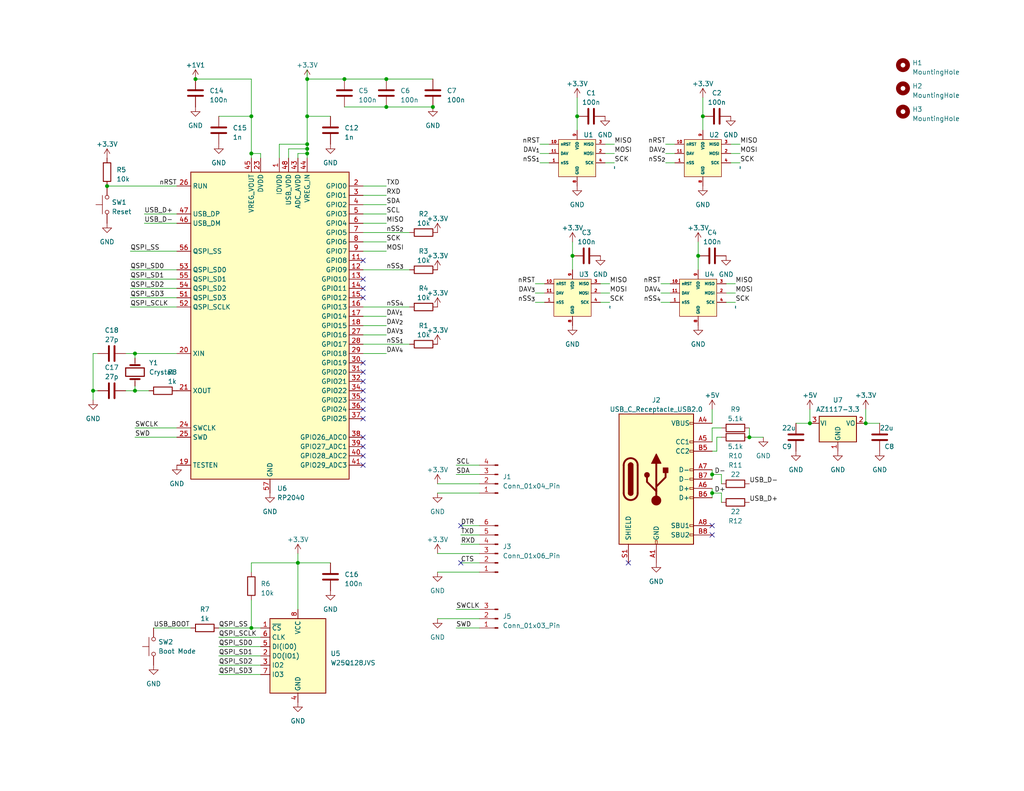
<source format=kicad_sch>
(kicad_sch (version 20230121) (generator eeschema)
  (paper "USLetter")
  (title_block (title "Diff Pressure Sensor") (date "2023-05-23") (rev "16"))
  (lib_symbols
    (symbol "Connector:Conn_01x03_Pin" (pin_names (offset 1.016) hide)
      (property "Reference" "J" (at 0 5.08 0))
      (property "Value" "Conn_01x03_Pin" (at 0 -5.08 0))
      (symbol "Conn_01x03_Pin_1_1"
        (polyline (pts (xy 1.27 -2.54) (xy 0.8636 -2.54)) (stroke (width 0.1524)))
        (polyline (pts (xy 1.27 0) (xy 0.8636 0)) (stroke (width 0.1524)))
        (polyline (pts (xy 1.27 2.54) (xy 0.8636 2.54)) (stroke (width 0.1524)))
        (rectangle (start 0.8636 -2.413) (end 0 -2.667) (stroke (width 0.1524)) (fill (type outline)))
        (rectangle (start 0.8636 0.127) (end 0 -0.127) (stroke (width 0.1524)) (fill (type outline)))
        (rectangle (start 0.8636 2.667) (end 0 2.413) (stroke (width 0.1524)) (fill (type outline)))
        (pin passive line (at 5.08 2.54 180) (length 3.81) (name "Pin_1") (number "1"))
        (pin passive line (at 5.08 0 180) (length 3.81) (name "Pin_2") (number "2"))
        (pin passive line (at 5.08 -2.54 180) (length 3.81) (name "Pin_3") (number "3"))
      )
    )
    (symbol "Connector:Conn_01x04_Pin" (pin_names (offset 1.016) hide)
      (property "Reference" "J" (at 0 5.08 0))
      (property "Value" "Conn_01x04_Pin" (at 0 -7.62 0))
      (symbol "Conn_01x04_Pin_1_1"
        (polyline (pts (xy 1.27 -5.08) (xy 0.8636 -5.08)) (stroke (width 0.1524)))
        (polyline (pts (xy 1.27 -2.54) (xy 0.8636 -2.54)) (stroke (width 0.1524)))
        (polyline (pts (xy 1.27 0) (xy 0.8636 0)) (stroke (width 0.1524)))
        (polyline (pts (xy 1.27 2.54) (xy 0.8636 2.54)) (stroke (width 0.1524)))
        (rectangle (start 0.8636 -4.953) (end 0 -5.207) (stroke (width 0.1524)) (fill (type outline)))
        (rectangle (start 0.8636 -2.413) (end 0 -2.667) (stroke (width 0.1524)) (fill (type outline)))
        (rectangle (start 0.8636 0.127) (end 0 -0.127) (stroke (width 0.1524)) (fill (type outline)))
        (rectangle (start 0.8636 2.667) (end 0 2.413) (stroke (width 0.1524)) (fill (type outline)))
        (pin passive line (at 5.08 2.54 180) (length 3.81) (name "Pin_1") (number "1"))
        (pin passive line (at 5.08 0 180) (length 3.81) (name "Pin_2") (number "2"))
        (pin passive line (at 5.08 -2.54 180) (length 3.81) (name "Pin_3") (number "3"))
        (pin passive line (at 5.08 -5.08 180) (length 3.81) (name "Pin_4") (number "4"))
      )
    )
    (symbol "Connector:Conn_01x06_Pin" (pin_names (offset 1.016) hide)
      (property "Reference" "J" (at 0 7.62 0))
      (property "Value" "Conn_01x06_Pin" (at 0 -10.16 0))
      (symbol "Conn_01x06_Pin_1_1"
        (polyline (pts (xy 1.27 -7.62) (xy 0.8636 -7.62)) (stroke (width 0.1524)))
        (polyline (pts (xy 1.27 -5.08) (xy 0.8636 -5.08)) (stroke (width 0.1524)))
        (polyline (pts (xy 1.27 -2.54) (xy 0.8636 -2.54)) (stroke (width 0.1524)))
        (polyline (pts (xy 1.27 0) (xy 0.8636 0)) (stroke (width 0.1524)))
        (polyline (pts (xy 1.27 2.54) (xy 0.8636 2.54)) (stroke (width 0.1524)))
        (polyline (pts (xy 1.27 5.08) (xy 0.8636 5.08)) (stroke (width 0.1524)))
        (rectangle (start 0.8636 -7.493) (end 0 -7.747) (stroke (width 0.1524)) (fill (type outline)))
        (rectangle (start 0.8636 -4.953) (end 0 -5.207) (stroke (width 0.1524)) (fill (type outline)))
        (rectangle (start 0.8636 -2.413) (end 0 -2.667) (stroke (width 0.1524)) (fill (type outline)))
        (rectangle (start 0.8636 0.127) (end 0 -0.127) (stroke (width 0.1524)) (fill (type outline)))
        (rectangle (start 0.8636 2.667) (end 0 2.413) (stroke (width 0.1524)) (fill (type outline)))
        (rectangle (start 0.8636 5.207) (end 0 4.953) (stroke (width 0.1524)) (fill (type outline)))
        (pin passive line (at 5.08 5.08 180) (length 3.81) (name "Pin_1") (number "1"))
        (pin passive line (at 5.08 2.54 180) (length 3.81) (name "Pin_2") (number "2"))
        (pin passive line (at 5.08 0 180) (length 3.81) (name "Pin_3") (number "3"))
        (pin passive line (at 5.08 -2.54 180) (length 3.81) (name "Pin_4") (number "4"))
        (pin passive line (at 5.08 -5.08 180) (length 3.81) (name "Pin_5") (number "5"))
        (pin passive line (at 5.08 -7.62 180) (length 3.81) (name "Pin_6") (number "6"))
      )
    )
    (symbol "Connector:USB_C_Receptacle_USB2.0" (pin_names (offset 1.016))
      (property "Reference" "J" (at -10.16 19.05 0))
      (property "Value" "USB_C_Receptacle_USB2.0" (at 19.05 19.05 0))
      (symbol "USB_C_Receptacle_USB2.0_0_0"
        (rectangle (start -0.254 -17.78) (end 0.254 -16.764))
        (rectangle (start 10.16 -14.986) (end 9.144 -15.494))
        (rectangle (start 10.16 -12.446) (end 9.144 -12.954))
        (rectangle (start 10.16 -4.826) (end 9.144 -5.334))
        (rectangle (start 10.16 -2.286) (end 9.144 -2.794))
        (rectangle (start 10.16 0.254) (end 9.144 -0.254))
        (rectangle (start 10.16 2.794) (end 9.144 2.286))
        (rectangle (start 10.16 7.874) (end 9.144 7.366))
        (rectangle (start 10.16 10.414) (end 9.144 9.906))
        (rectangle (start 10.16 15.494) (end 9.144 14.986))
      )
      (symbol "USB_C_Receptacle_USB2.0_0_1"
        (rectangle (start -10.16 17.78) (end 10.16 -17.78) (stroke (width 0.254)) (fill (type background)))
        (arc (start -8.89 -3.81) (mid -6.985 -5.7067) (end -5.08 -3.81) (stroke (width 0.508)))
        (arc (start -7.62 -3.81) (mid -6.985 -4.4423) (end -6.35 -3.81) (stroke (width 0.254)))
        (arc (start -7.62 -3.81) (mid -6.985 -4.4423) (end -6.35 -3.81) (stroke (width 0.254)) (fill (type outline)))
        (rectangle (start -7.62 -3.81) (end -6.35 3.81) (stroke (width 0.254)) (fill (type outline)))
        (arc (start -6.35 3.81) (mid -6.985 4.4423) (end -7.62 3.81) (stroke (width 0.254)))
        (arc (start -6.35 3.81) (mid -6.985 4.4423) (end -7.62 3.81) (stroke (width 0.254)) (fill (type outline)))
        (arc (start -5.08 3.81) (mid -6.985 5.7067) (end -8.89 3.81) (stroke (width 0.508)))
        (circle (center -2.54 1.143) (radius 0.635) (stroke (width 0.254)) (fill (type outline)))
        (circle (center 0 -5.842) (radius 1.27) (fill (type outline)))
        (polyline (pts (xy -8.89 -3.81) (xy -8.89 3.81)) (stroke (width 0.508)))
        (polyline (pts (xy -5.08 3.81) (xy -5.08 -3.81)) (stroke (width 0.508)))
        (polyline (pts (xy 0 -5.842) (xy 0 4.318)) (stroke (width 0.508)))
        (polyline (pts (xy 0 -3.302) (xy -2.54 -0.762) (xy -2.54 0.508)) (stroke (width 0.508)))
        (polyline (pts (xy 0 -2.032) (xy 2.54 0.508) (xy 2.54 1.778)) (stroke (width 0.508)))
        (polyline (pts (xy -1.27 4.318) (xy 0 6.858) (xy 1.27 4.318) (xy -1.27 4.318)) (stroke (width 0.254)) (fill (type outline)))
        (rectangle (start 1.905 1.778) (end 3.175 3.048) (stroke (width 0.254)) (fill (type outline)))
      )
      (symbol "USB_C_Receptacle_USB2.0_1_1"
        (pin passive line (at 0 -22.86 90) (length 5.08) (name "GND") (number "A1"))
        (pin passive line (at 0 -22.86 90) (length 5.08) hide (name "GND") (number "A12"))
        (pin passive line (at 15.24 15.24 180) (length 5.08) (name "VBUS") (number "A4"))
        (pin bidirectional line (at 15.24 10.16 180) (length 5.08) (name "CC1") (number "A5"))
        (pin bidirectional line (at 15.24 -2.54 180) (length 5.08) (name "D+") (number "A6"))
        (pin bidirectional line (at 15.24 2.54 180) (length 5.08) (name "D-") (number "A7"))
        (pin bidirectional line (at 15.24 -12.7 180) (length 5.08) (name "SBU1") (number "A8"))
        (pin passive line (at 15.24 15.24 180) (length 5.08) hide (name "VBUS") (number "A9"))
        (pin passive line (at 0 -22.86 90) (length 5.08) hide (name "GND") (number "B1"))
        (pin passive line (at 0 -22.86 90) (length 5.08) hide (name "GND") (number "B12"))
        (pin passive line (at 15.24 15.24 180) (length 5.08) hide (name "VBUS") (number "B4"))
        (pin bidirectional line (at 15.24 7.62 180) (length 5.08) (name "CC2") (number "B5"))
        (pin bidirectional line (at 15.24 -5.08 180) (length 5.08) (name "D+") (number "B6"))
        (pin bidirectional line (at 15.24 0 180) (length 5.08) (name "D-") (number "B7"))
        (pin bidirectional line (at 15.24 -15.24 180) (length 5.08) (name "SBU2") (number "B8"))
        (pin passive line (at 15.24 15.24 180) (length 5.08) hide (name "VBUS") (number "B9"))
        (pin passive line (at -7.62 -22.86 90) (length 5.08) (name "SHIELD") (number "S1"))
      )
    )
    (symbol "Device:C" (pin_numbers hide) (pin_names (offset 0.254))
      (property "Reference" "C" (at 0.635 2.54 0))
      (property "Value" "C" (at 0.635 -2.54 0))
      (symbol "C_0_1"
        (polyline (pts (xy -2.032 -0.762) (xy 2.032 -0.762)) (stroke (width 0.508)))
        (polyline (pts (xy -2.032 0.762) (xy 2.032 0.762)) (stroke (width 0.508)))
      )
      (symbol "C_1_1"
        (pin passive line (at 0 3.81 270) (length 2.794) (name "~") (number "1"))
        (pin passive line (at 0 -3.81 90) (length 2.794) (name "~") (number "2"))
      )
    )
    (symbol "Device:Crystal" (pin_numbers hide) (pin_names (offset 1.016) hide)
      (property "Reference" "Y" (at 0 3.81 0))
      (property "Value" "Crystal" (at 0 -3.81 0))
      (symbol "Crystal_0_1"
        (rectangle (start -1.143 2.54) (end 1.143 -2.54) (stroke (width 0.3048)))
        (polyline (pts (xy -2.54 0) (xy -1.905 0)))
        (polyline (pts (xy -1.905 -1.27) (xy -1.905 1.27)) (stroke (width 0.508)))
        (polyline (pts (xy 1.905 -1.27) (xy 1.905 1.27)) (stroke (width 0.508)))
        (polyline (pts (xy 2.54 0) (xy 1.905 0)))
      )
      (symbol "Crystal_1_1"
        (pin passive line (at -3.81 0 0) (length 1.27) (name "1") (number "1"))
        (pin passive line (at 3.81 0 180) (length 1.27) (name "2") (number "2"))
      )
    )
    (symbol "Device:R" (pin_numbers hide) (pin_names (offset 0))
      (property "Reference" "R" (at 2.032 0 90))
      (property "Value" "R" (at 0 0 90))
      (symbol "R_0_1"
        (rectangle (start -1.016 -2.54) (end 1.016 2.54) (stroke (width 0.254)))
      )
      (symbol "R_1_1"
        (pin passive line (at 0 3.81 270) (length 1.27) (name "~") (number "1"))
        (pin passive line (at 0 -3.81 90) (length 1.27) (name "~") (number "2"))
      )
    )
    (symbol "MCU_RaspberryPi:RP2040"
      (property "Reference" "U" (at 17.78 45.72 0))
      (property "Value" "RP2040" (at 17.78 43.18 0))
      (symbol "RP2040_0_1"
        (rectangle (start -21.59 41.91) (end 21.59 -41.91) (stroke (width 0.254)) (fill (type background)))
      )
      (symbol "RP2040_1_1"
        (pin power_in line (at 2.54 45.72 270) (length 3.81) (name "IOVDD") (number "1"))
        (pin passive line (at 2.54 45.72 270) (length 3.81) hide (name "IOVDD") (number "10"))
        (pin bidirectional line (at 25.4 17.78 180) (length 3.81) (name "GPIO8") (number "11"))
        (pin bidirectional line (at 25.4 15.24 180) (length 3.81) (name "GPIO9") (number "12"))
        (pin bidirectional line (at 25.4 12.7 180) (length 3.81) (name "GPIO10") (number "13"))
        (pin bidirectional line (at 25.4 10.16 180) (length 3.81) (name "GPIO11") (number "14"))
        (pin bidirectional line (at 25.4 7.62 180) (length 3.81) (name "GPIO12") (number "15"))
        (pin bidirectional line (at 25.4 5.08 180) (length 3.81) (name "GPIO13") (number "16"))
        (pin bidirectional line (at 25.4 2.54 180) (length 3.81) (name "GPIO14") (number "17"))
        (pin bidirectional line (at 25.4 0 180) (length 3.81) (name "GPIO15") (number "18"))
        (pin input line (at -25.4 -38.1 0) (length 3.81) (name "TESTEN") (number "19"))
        (pin bidirectional line (at 25.4 38.1 180) (length 3.81) (name "GPIO0") (number "2"))
        (pin input line (at -25.4 -7.62 0) (length 3.81) (name "XIN") (number "20"))
        (pin passive line (at -25.4 -17.78 0) (length 3.81) (name "XOUT") (number "21"))
        (pin passive line (at 2.54 45.72 270) (length 3.81) hide (name "IOVDD") (number "22"))
        (pin power_in line (at -2.54 45.72 270) (length 3.81) (name "DVDD") (number "23"))
        (pin output line (at -25.4 -27.94 0) (length 3.81) (name "SWCLK") (number "24"))
        (pin bidirectional line (at -25.4 -30.48 0) (length 3.81) (name "SWD") (number "25"))
        (pin input line (at -25.4 38.1 0) (length 3.81) (name "RUN") (number "26"))
        (pin bidirectional line (at 25.4 -2.54 180) (length 3.81) (name "GPIO16") (number "27"))
        (pin bidirectional line (at 25.4 -5.08 180) (length 3.81) (name "GPIO17") (number "28"))
        (pin bidirectional line (at 25.4 -7.62 180) (length 3.81) (name "GPIO18") (number "29"))
        (pin bidirectional line (at 25.4 35.56 180) (length 3.81) (name "GPIO1") (number "3"))
        (pin bidirectional line (at 25.4 -10.16 180) (length 3.81) (name "GPIO19") (number "30"))
        (pin bidirectional line (at 25.4 -12.7 180) (length 3.81) (name "GPIO20") (number "31"))
        (pin bidirectional line (at 25.4 -15.24 180) (length 3.81) (name "GPIO21") (number "32"))
        (pin passive line (at 2.54 45.72 270) (length 3.81) hide (name "IOVDD") (number "33"))
        (pin bidirectional line (at 25.4 -17.78 180) (length 3.81) (name "GPIO22") (number "34"))
        (pin bidirectional line (at 25.4 -20.32 180) (length 3.81) (name "GPIO23") (number "35"))
        (pin bidirectional line (at 25.4 -22.86 180) (length 3.81) (name "GPIO24") (number "36"))
        (pin bidirectional line (at 25.4 -25.4 180) (length 3.81) (name "GPIO25") (number "37"))
        (pin bidirectional line (at 25.4 -30.48 180) (length 3.81) (name "GPIO26_ADC0") (number "38"))
        (pin bidirectional line (at 25.4 -33.02 180) (length 3.81) (name "GPIO27_ADC1") (number "39"))
        (pin bidirectional line (at 25.4 33.02 180) (length 3.81) (name "GPIO2") (number "4"))
        (pin bidirectional line (at 25.4 -35.56 180) (length 3.81) (name "GPIO28_ADC2") (number "40"))
        (pin bidirectional line (at 25.4 -38.1 180) (length 3.81) (name "GPIO29_ADC3") (number "41"))
        (pin passive line (at 2.54 45.72 270) (length 3.81) hide (name "IOVDD") (number "42"))
        (pin power_in line (at 7.62 45.72 270) (length 3.81) (name "ADC_AVDD") (number "43"))
        (pin power_in line (at 10.16 45.72 270) (length 3.81) (name "VREG_IN") (number "44"))
        (pin power_out line (at -5.08 45.72 270) (length 3.81) (name "VREG_VOUT") (number "45"))
        (pin bidirectional line (at -25.4 27.94 0) (length 3.81) (name "USB_DM") (number "46"))
        (pin bidirectional line (at -25.4 30.48 0) (length 3.81) (name "USB_DP") (number "47"))
        (pin power_in line (at 5.08 45.72 270) (length 3.81) (name "USB_VDD") (number "48"))
        (pin passive line (at 2.54 45.72 270) (length 3.81) hide (name "IOVDD") (number "49"))
        (pin bidirectional line (at 25.4 30.48 180) (length 3.81) (name "GPIO3") (number "5"))
        (pin passive line (at -2.54 45.72 270) (length 3.81) hide (name "DVDD") (number "50"))
        (pin bidirectional line (at -25.4 7.62 0) (length 3.81) (name "QSPI_SD3") (number "51"))
        (pin output line (at -25.4 5.08 0) (length 3.81) (name "QSPI_SCLK") (number "52"))
        (pin bidirectional line (at -25.4 15.24 0) (length 3.81) (name "QSPI_SD0") (number "53"))
        (pin bidirectional line (at -25.4 10.16 0) (length 3.81) (name "QSPI_SD2") (number "54"))
        (pin bidirectional line (at -25.4 12.7 0) (length 3.81) (name "QSPI_SD1") (number "55"))
        (pin bidirectional line (at -25.4 20.32 0) (length 3.81) (name "QSPI_SS") (number "56"))
        (pin power_in line (at 0 -45.72 90) (length 3.81) (name "GND") (number "57"))
        (pin bidirectional line (at 25.4 27.94 180) (length 3.81) (name "GPIO4") (number "6"))
        (pin bidirectional line (at 25.4 25.4 180) (length 3.81) (name "GPIO5") (number "7"))
        (pin bidirectional line (at 25.4 22.86 180) (length 3.81) (name "GPIO6") (number "8"))
        (pin bidirectional line (at 25.4 20.32 180) (length 3.81) (name "GPIO7") (number "9"))
      )
    )
    (symbol "Mechanical:MountingHole" (pin_names (offset 1.016))
      (property "Reference" "H" (at 0 5.08 0))
      (property "Value" "MountingHole" (at 0 3.175 0))
      (symbol "MountingHole_0_1"
        (circle (center 0 0) (radius 1.27) (stroke (width 1.27)))
      )
    )
    (symbol "Memory_Flash:W25Q128JVS"
      (property "Reference" "U" (at -8.89 8.89 0))
      (property "Value" "W25Q128JVS" (at 7.62 8.89 0))
      (symbol "W25Q128JVS_0_1"
        (rectangle (start -7.62 10.16) (end 7.62 -10.16) (stroke (width 0.254)) (fill (type background)))
      )
      (symbol "W25Q128JVS_1_1"
        (pin input line (at -10.16 7.62 0) (length 2.54) (name "~{CS}") (number "1"))
        (pin bidirectional line (at -10.16 0 0) (length 2.54) (name "DO(IO1)") (number "2"))
        (pin bidirectional line (at -10.16 -2.54 0) (length 2.54) (name "IO2") (number "3"))
        (pin power_in line (at 0 -12.7 90) (length 2.54) (name "GND") (number "4"))
        (pin bidirectional line (at -10.16 2.54 0) (length 2.54) (name "DI(IO0)") (number "5"))
        (pin input line (at -10.16 5.08 0) (length 2.54) (name "CLK") (number "6"))
        (pin bidirectional line (at -10.16 -5.08 0) (length 2.54) (name "IO3") (number "7"))
        (pin power_in line (at 0 12.7 270) (length 2.54) (name "VCC") (number "8"))
      )
    )
    (symbol "Regulator_Linear:AZ1117-3.3" (pin_names (offset 0.254))
      (property "Reference" "U" (at -3.81 3.175 0))
      (property "Value" "AZ1117-3.3" (at 0 3.175 0))
      (symbol "AZ1117-3.3_0_1"
        (rectangle (start -5.08 1.905) (end 5.08 -5.08) (stroke (width 0.254)) (fill (type background)))
      )
      (symbol "AZ1117-3.3_1_1"
        (pin power_in line (at 0 -7.62 90) (length 2.54) (name "GND") (number "1"))
        (pin power_out line (at 7.62 0 180) (length 2.54) (name "VO") (number "2"))
        (pin power_in line (at -7.62 0 0) (length 2.54) (name "VI") (number "3"))
      )
    )
    (symbol "Switch:SW_Push" (pin_numbers hide) (pin_names (offset 1.016) hide)
      (property "Reference" "SW" (at 1.27 2.54 0))
      (property "Value" "SW_Push" (at 0 -1.524 0))
      (symbol "SW_Push_0_1"
        (circle (center -2.032 0) (radius 0.508))
        (polyline (pts (xy 0 1.27) (xy 0 3.048)))
        (polyline (pts (xy 2.54 1.27) (xy -2.54 1.27)))
        (circle (center 2.032 0) (radius 0.508))
        (pin passive line (at -5.08 0 0) (length 2.54) (name "1") (number "1"))
        (pin passive line (at 5.08 0 180) (length 2.54) (name "2") (number "2"))
      )
    )
    (symbol "power:+1V1" (power) (pin_names (offset 0))
      (property "Value" "+1V1" (at 0 3.556 0))
      (symbol "+1V1_0_1"
        (polyline (pts (xy -0.762 1.27) (xy 0 2.54)))
        (polyline (pts (xy 0 0) (xy 0 2.54)))
        (polyline (pts (xy 0 2.54) (xy 0.762 1.27)))
      )
      (symbol "+1V1_1_1"
        (pin power_in line (at 0 0 90) (length 0) hide (name "+1V1") (number "1"))
      )
    )
    (symbol "power:+3.3V" (power) (pin_names (offset 0))
      (property "Value" "+3.3V" (at 0 3.556 0))
      (symbol "+3.3V_0_1"
        (polyline (pts (xy -0.762 1.27) (xy 0 2.54)))
        (polyline (pts (xy 0 0) (xy 0 2.54)))
        (polyline (pts (xy 0 2.54) (xy 0.762 1.27)))
      )
      (symbol "+3.3V_1_1"
        (pin power_in line (at 0 0 90) (length 0) hide (name "+3.3V") (number "1"))
      )
    )
    (symbol "power:+5V" (power) (pin_names (offset 0))
      (property "Value" "+5V" (at 0 3.556 0))
      (symbol "+5V_0_1"
        (polyline (pts (xy -0.762 1.27) (xy 0 2.54)))
        (polyline (pts (xy 0 0) (xy 0 2.54)))
        (polyline (pts (xy 0 2.54) (xy 0.762 1.27)))
      )
      (symbol "+5V_1_1"
        (pin power_in line (at 0 0 90) (length 0) hide (name "+5V") (number "1"))
      )
    )
    (symbol "power:GND" (power) (pin_names (offset 0))
      (property "Value" "GND" (at 0 -3.81 0))
      (symbol "GND_0_1"
        (polyline (pts (xy 0 0) (xy 0 -1.27) (xy 1.27 -1.27) (xy 0 -2.54) (xy -1.27 -1.27) (xy 0 -1.27)))
      )
      (symbol "GND_1_1"
        (pin power_in line (at 0 0 270) (length 0) hide (name "GND") (number "1"))
      )
    )
    (symbol "sensor3DModel:ND005D-SM02-R" (in_bom no)
      (property "Reference" "U" (at 0 2.54 0))
      (symbol "ND005D-SM02-R_0_1"
        (rectangle (start -5.08 -8.89) (end 5.08 -19.05) (fill (type background)))
        (rectangle (start -3.81 -10.16) (end -3.81 -10.16))
      )
      (symbol "ND005D-SM02-R_1_1"
        (pin input line (at -7.62 -15.24 0) (length 2.54) (name "nSS") (number "1"))
        (pin input line (at -7.62 -10.16 0) (length 2.54) (name "nRST") (number "10"))
        (pin output line (at -7.62 -12.7 0) (length 2.54) (name "DAV") (number "11"))
        (pin input line (at 7.62 -12.7 180) (length 2.54) (name "MOSI") (number "2"))
        (pin output line (at 7.62 -10.16 180) (length 2.54) (name "MISO") (number "3"))
        (pin input line (at 7.62 -15.24 180) (length 2.54) (name "SCK") (number "4"))
        (pin no_connect line (at 0 -15.24 0) (length 2.54) hide (name "DNC") (number "5"))
        (pin no_connect line (at 0 -15.24 180) (length 2.54) hide (name "DNC") (number "6"))
        (pin no_connect line (at 0 -15.24 90) (length 2.54) hide (name "DNC") (number "7"))
        (pin power_in line (at 0 -21.59 90) (length 2.54) (name "GND") (number "8"))
        (pin power_in line (at 0 -6.35 270) (length 2.54) (name "VDD") (number "9"))
      )
    )
  )
  (junction (at 190.5 69.85))
  (junction (at 68.58 171.45))
  (junction (at 157.48 31.75))
  (junction (at 36.83 96.52))
  (junction (at 81.28 153.67))
  (junction (at 194.31 134.62))
  (junction (at 220.98 115.57))
  (junction (at 105.41 21.59))
  (junction (at 83.82 21.59))
  (junction (at 194.31 129.54))
  (junction (at 36.83 106.68))
  (junction (at 25.4 106.68))
  (junction (at 68.58 41.91))
  (junction (at 118.11 29.21))
  (junction (at 191.77 31.75))
  (junction (at 83.82 40.64))
  (junction (at 93.98 21.59))
  (junction (at 83.82 39.37))
  (junction (at 83.82 41.91))
  (junction (at 105.41 29.21))
  (junction (at 68.58 31.75))
  (junction (at 53.34 21.59))
  (junction (at 236.22 115.57))
  (junction (at 156.21 69.85))
  (junction (at 83.82 31.75))
  (junction (at 204.47 119.38))
  (junction (at 29.21 50.8))
  (no_connect (at 99.06 121.92))
  (no_connect (at 99.06 114.3))
  (no_connect (at 99.06 101.6))
  (no_connect (at 99.06 71.12))
  (no_connect (at 99.06 124.46))
  (no_connect (at 99.06 104.14))
  (no_connect (at 99.06 119.38))
  (no_connect (at 125.73 153.67))
  (no_connect (at 194.31 146.05))
  (no_connect (at 99.06 81.28))
  (no_connect (at 99.06 109.22))
  (no_connect (at 99.06 106.68))
  (no_connect (at 99.06 76.2))
  (no_connect (at 99.06 111.76))
  (no_connect (at 99.06 127))
  (no_connect (at 194.31 143.51))
  (no_connect (at 171.45 153.67))
  (no_connect (at 99.06 78.74))
  (no_connect (at 99.06 99.06))
  (no_connect (at 125.73 143.51))
  (wire (pts (xy 81.28 43.18) (xy 81.28 41.91)))
  (wire (pts (xy 163.83 77.47) (xy 166.37 77.47)))
  (wire (pts (xy 199.39 41.91) (xy 201.93 41.91)))
  (wire (pts (xy 68.58 21.59) (xy 68.58 31.75)))
  (wire (pts (xy 125.73 146.05) (xy 130.81 146.05)))
  (wire (pts (xy 194.31 129.54) (xy 196.85 129.54)))
  (wire (pts (xy 83.82 21.59) (xy 83.82 19.05)))
  (wire (pts (xy 25.4 109.22) (xy 25.4 106.68)))
  (wire (pts (xy 157.48 26.67) (xy 157.48 31.75)))
  (wire (pts (xy 105.41 86.36) (xy 99.06 86.36)))
  (wire (pts (xy 83.82 31.75) (xy 90.17 31.75)))
  (wire (pts (xy 25.4 106.68) (xy 26.67 106.68)))
  (wire (pts (xy 105.41 29.21) (xy 118.11 29.21)))
  (wire (pts (xy 35.56 68.58) (xy 48.26 68.58)))
  (wire (pts (xy 39.37 60.96) (xy 48.26 60.96)))
  (wire (pts (xy 99.06 73.66) (xy 111.76 73.66)))
  (wire (pts (xy 76.2 43.18) (xy 76.2 39.37)))
  (wire (pts (xy 81.28 151.13) (xy 81.28 153.67)))
  (wire (pts (xy 194.31 129.54) (xy 194.31 130.81)))
  (wire (pts (xy 181.61 44.45) (xy 184.15 44.45)))
  (wire (pts (xy 125.73 153.67) (xy 130.81 153.67)))
  (wire (pts (xy 199.39 39.37) (xy 201.93 39.37)))
  (wire (pts (xy 195.58 119.38) (xy 195.58 123.19)))
  (wire (pts (xy 68.58 163.83) (xy 68.58 171.45)))
  (wire (pts (xy 81.28 153.67) (xy 68.58 153.67)))
  (wire (pts (xy 68.58 31.75) (xy 68.58 41.91)))
  (wire (pts (xy 35.56 76.2) (xy 48.26 76.2)))
  (wire (pts (xy 194.31 134.62) (xy 196.85 134.62)))
  (wire (pts (xy 190.5 69.85) (xy 190.5 73.66)))
  (wire (pts (xy 194.31 116.84) (xy 194.31 120.65)))
  (wire (pts (xy 220.98 111.76) (xy 220.98 115.57)))
  (wire (pts (xy 93.98 29.21) (xy 105.41 29.21)))
  (wire (pts (xy 157.48 31.75) (xy 157.48 35.56)))
  (wire (pts (xy 198.12 82.55) (xy 200.66 82.55)))
  (wire (pts (xy 204.47 116.84) (xy 204.47 119.38)))
  (wire (pts (xy 71.12 43.18) (xy 71.12 41.91)))
  (wire (pts (xy 25.4 96.52) (xy 25.4 106.68)))
  (wire (pts (xy 181.61 41.91) (xy 184.15 41.91)))
  (wire (pts (xy 191.77 31.75) (xy 191.77 35.56)))
  (wire (pts (xy 180.34 80.01) (xy 182.88 80.01)))
  (wire (pts (xy 59.69 181.61) (xy 71.12 181.61)))
  (wire (pts (xy 165.1 39.37) (xy 167.64 39.37)))
  (wire (pts (xy 124.46 127) (xy 130.81 127)))
  (wire (pts (xy 163.83 82.55) (xy 166.37 82.55)))
  (wire (pts (xy 53.34 21.59) (xy 68.58 21.59)))
  (wire (pts (xy 163.83 80.01) (xy 166.37 80.01)))
  (wire (pts (xy 119.38 156.21) (xy 130.81 156.21)))
  (wire (pts (xy 105.41 58.42) (xy 99.06 58.42)))
  (wire (pts (xy 105.41 68.58) (xy 99.06 68.58)))
  (wire (pts (xy 194.31 134.62) (xy 194.31 135.89)))
  (wire (pts (xy 34.29 96.52) (xy 36.83 96.52)))
  (wire (pts (xy 119.38 151.13) (xy 130.81 151.13)))
  (wire (pts (xy 198.12 80.01) (xy 200.66 80.01)))
  (wire (pts (xy 165.1 44.45) (xy 167.64 44.45)))
  (wire (pts (xy 240.03 115.57) (xy 236.22 115.57)))
  (wire (pts (xy 119.38 168.91) (xy 130.81 168.91)))
  (wire (pts (xy 78.74 40.64) (xy 83.82 40.64)))
  (wire (pts (xy 68.58 41.91) (xy 68.58 43.18)))
  (wire (pts (xy 34.29 106.68) (xy 36.83 106.68)))
  (wire (pts (xy 35.56 83.82) (xy 48.26 83.82)))
  (wire (pts (xy 147.32 39.37) (xy 149.86 39.37)))
  (wire (pts (xy 83.82 41.91) (xy 83.82 43.18)))
  (wire (pts (xy 146.05 80.01) (xy 148.59 80.01)))
  (wire (pts (xy 35.56 78.74) (xy 48.26 78.74)))
  (wire (pts (xy 180.34 82.55) (xy 182.88 82.55)))
  (wire (pts (xy 146.05 77.47) (xy 148.59 77.47)))
  (wire (pts (xy 99.06 93.98) (xy 111.76 93.98)))
  (wire (pts (xy 165.1 41.91) (xy 167.64 41.91)))
  (wire (pts (xy 59.69 184.15) (xy 71.12 184.15)))
  (wire (pts (xy 105.41 96.52) (xy 99.06 96.52)))
  (wire (pts (xy 99.06 83.82) (xy 111.76 83.82)))
  (wire (pts (xy 146.05 82.55) (xy 148.59 82.55)))
  (wire (pts (xy 36.83 116.84) (xy 48.26 116.84)))
  (wire (pts (xy 105.41 91.44) (xy 99.06 91.44)))
  (wire (pts (xy 81.28 153.67) (xy 81.28 166.37)))
  (wire (pts (xy 217.17 115.57) (xy 220.98 115.57)))
  (wire (pts (xy 125.73 148.59) (xy 130.81 148.59)))
  (wire (pts (xy 180.34 77.47) (xy 182.88 77.47)))
  (wire (pts (xy 99.06 60.96) (xy 105.41 60.96)))
  (wire (pts (xy 105.41 66.04) (xy 99.06 66.04)))
  (wire (pts (xy 59.69 173.99) (xy 71.12 173.99)))
  (wire (pts (xy 39.37 58.42) (xy 48.26 58.42)))
  (wire (pts (xy 105.41 21.59) (xy 118.11 21.59)))
  (wire (pts (xy 124.46 129.54) (xy 130.81 129.54)))
  (wire (pts (xy 191.77 26.67) (xy 191.77 31.75)))
  (wire (pts (xy 190.5 66.04) (xy 190.5 69.85)))
  (wire (pts (xy 59.69 31.75) (xy 68.58 31.75)))
  (wire (pts (xy 76.2 39.37) (xy 83.82 39.37)))
  (wire (pts (xy 124.46 166.37) (xy 130.81 166.37)))
  (wire (pts (xy 156.21 69.85) (xy 156.21 73.66)))
  (wire (pts (xy 194.31 111.76) (xy 194.31 115.57)))
  (wire (pts (xy 41.91 171.45) (xy 52.07 171.45)))
  (wire (pts (xy 26.67 96.52) (xy 25.4 96.52)))
  (wire (pts (xy 124.46 171.45) (xy 130.81 171.45)))
  (wire (pts (xy 119.38 134.62) (xy 130.81 134.62)))
  (wire (pts (xy 83.82 21.59) (xy 93.98 21.59)))
  (wire (pts (xy 156.21 66.04) (xy 156.21 69.85)))
  (wire (pts (xy 199.39 44.45) (xy 201.93 44.45)))
  (wire (pts (xy 36.83 96.52) (xy 48.26 96.52)))
  (wire (pts (xy 36.83 119.38) (xy 48.26 119.38)))
  (wire (pts (xy 181.61 39.37) (xy 184.15 39.37)))
  (wire (pts (xy 59.69 171.45) (xy 68.58 171.45)))
  (wire (pts (xy 36.83 105.41) (xy 36.83 106.68)))
  (wire (pts (xy 196.85 129.54) (xy 196.85 132.08)))
  (wire (pts (xy 105.41 88.9) (xy 99.06 88.9)))
  (wire (pts (xy 35.56 81.28) (xy 48.26 81.28)))
  (wire (pts (xy 29.21 50.8) (xy 48.26 50.8)))
  (wire (pts (xy 105.41 50.8) (xy 99.06 50.8)))
  (wire (pts (xy 35.56 73.66) (xy 48.26 73.66)))
  (wire (pts (xy 125.73 143.51) (xy 130.81 143.51)))
  (wire (pts (xy 59.69 179.07) (xy 71.12 179.07)))
  (wire (pts (xy 40.64 106.68) (xy 36.83 106.68)))
  (wire (pts (xy 83.82 39.37) (xy 83.82 40.64)))
  (wire (pts (xy 36.83 96.52) (xy 36.83 97.79)))
  (wire (pts (xy 194.31 133.35) (xy 194.31 134.62)))
  (wire (pts (xy 99.06 55.88) (xy 105.41 55.88)))
  (wire (pts (xy 68.58 171.45) (xy 71.12 171.45)))
  (wire (pts (xy 99.06 63.5) (xy 111.76 63.5)))
  (wire (pts (xy 93.98 21.59) (xy 105.41 21.59)))
  (wire (pts (xy 196.85 116.84) (xy 194.31 116.84)))
  (wire (pts (xy 194.31 128.27) (xy 194.31 129.54)))
  (wire (pts (xy 147.32 44.45) (xy 149.86 44.45)))
  (wire (pts (xy 83.82 40.64) (xy 83.82 41.91)))
  (wire (pts (xy 59.69 176.53) (xy 71.12 176.53)))
  (wire (pts (xy 78.74 43.18) (xy 78.74 40.64)))
  (wire (pts (xy 81.28 153.67) (xy 90.17 153.67)))
  (wire (pts (xy 119.38 132.08) (xy 130.81 132.08)))
  (wire (pts (xy 236.22 111.76) (xy 236.22 115.57)))
  (wire (pts (xy 68.58 153.67) (xy 68.58 156.21)))
  (wire (pts (xy 208.28 119.38) (xy 204.47 119.38)))
  (wire (pts (xy 198.12 77.47) (xy 200.66 77.47)))
  (wire (pts (xy 83.82 21.59) (xy 83.82 31.75)))
  (wire (pts (xy 196.85 134.62) (xy 196.85 137.16)))
  (wire (pts (xy 195.58 123.19) (xy 194.31 123.19)))
  (wire (pts (xy 83.82 31.75) (xy 83.82 39.37)))
  (wire (pts (xy 71.12 41.91) (xy 68.58 41.91)))
  (wire (pts (xy 147.32 41.91) (xy 149.86 41.91)))
  (wire (pts (xy 105.41 53.34) (xy 99.06 53.34)))
  (wire (pts (xy 81.28 41.91) (xy 83.82 41.91)))
  (wire (pts (xy 196.85 119.38) (xy 195.58 119.38)))
  (label "nSS_{2}" (at 181.61 44.45 180))
  (label "DAV_{2}" (at 181.61 41.91 180))
  (label "nSS_{3}" (at 105.41 73.66 0))
  (label "QSPI_SD1" (at 59.69 179.07 0))
  (label "SCK" (at 167.64 44.45 0))
  (label "DAV_{1}" (at 147.32 41.91 180))
  (label "RXD" (at 125.73 148.59 0))
  (label "SWCLK" (at 36.83 116.84 0))
  (label "MOSI" (at 201.93 41.91 0))
  (label "QSPI_SD2" (at 59.69 181.61 0))
  (label "TXD" (at 105.41 50.8 0))
  (label "DTR" (at 125.73 143.51 0))
  (label "MOSI" (at 105.41 68.58 0))
  (label "SCK" (at 105.41 66.04 0))
  (label "D+" (at 194.945 134.62 0))
  (label "DAV_{1}" (at 105.41 86.36 0))
  (label "nRST" (at 147.32 39.37 180))
  (label "nRST" (at 146.05 77.47 180))
  (label "SCK" (at 166.37 82.55 0))
  (label "nSS_{4}" (at 105.41 83.82 0))
  (label "nSS_{4}" (at 180.34 82.55 180))
  (label "SDA" (at 105.41 55.88 0))
  (label "MISO" (at 167.64 39.37 0))
  (label "QSPI_SS" (at 35.56 68.58 0))
  (label "nSS_{1}" (at 105.41 93.98 0))
  (label "USB_D-" (at 204.47 132.08 0))
  (label "DAV_{2}" (at 105.41 88.9 0))
  (label "DAV_{4}" (at 105.41 96.52 0))
  (label "SWD" (at 36.83 119.38 0))
  (label "SDA" (at 124.46 129.54 0))
  (label "QSPI_SD0" (at 35.56 73.66 0))
  (label "DAV_{4}" (at 180.34 80.01 180))
  (label "USB_D+" (at 39.37 58.42 0))
  (label "TXD" (at 125.73 146.05 0))
  (label "nRST" (at 180.34 77.47 180))
  (label "SCK" (at 200.66 82.55 0))
  (label "nSS_{1}" (at 147.32 44.45 180))
  (label "SCL" (at 105.41 58.42 0))
  (label "nRST" (at 48.26 50.8 180))
  (label "DAV_{3}" (at 146.05 80.01 180))
  (label "nSS_{2}" (at 105.41 63.5 0))
  (label "RXD" (at 105.41 53.34 0))
  (label "USB_D+" (at 204.47 137.16 0))
  (label "MOSI" (at 166.37 80.01 0))
  (label "QSPI_SD0" (at 59.69 176.53 0))
  (label "USB_BOOT" (at 41.91 171.45 0))
  (label "SWCLK" (at 124.46 166.37 0))
  (label "DAV_{3}" (at 105.41 91.44 0))
  (label "USB_D-" (at 39.37 60.96 0))
  (label "MISO" (at 201.93 39.37 0))
  (label "QSPI_SCLK" (at 59.69 173.99 0))
  (label "SCK" (at 201.93 44.45 0))
  (label "D-" (at 194.945 129.54 0))
  (label "CTS" (at 125.73 153.67 0))
  (label "SCL" (at 124.46 127 0))
  (label "SWD" (at 124.46 171.45 0))
  (label "MOSI" (at 200.66 80.01 0))
  (label "nRST" (at 181.61 39.37 180))
  (label "QSPI_SCLK" (at 35.56 83.82 0))
  (label "nSS_{3}" (at 146.05 82.55 180))
  (label "QSPI_SS" (at 59.69 171.45 0))
  (label "MISO" (at 200.66 77.47 0))
  (label "MISO" (at 166.37 77.47 0))
  (label "QSPI_SD3" (at 59.69 184.15 0))
  (label "MISO" (at 105.41 60.96 0))
  (label "QSPI_SD2" (at 35.56 78.74 0))
  (label "QSPI_SD3" (at 35.56 81.28 0))
  (label "MOSI" (at 167.64 41.91 0))
  (label "QSPI_SD1" (at 35.56 76.2 0))
  (symbol (lib_id "power:+3.3V") (at 157.48 26.67 0) (unit 1)
    (property "Reference" "#PWR06" (effects hide))
    (property "Value" "+3.3V" (at 157.48 22.86 0))
  )
  (symbol (lib_id "Device:C") (at 59.69 35.56 0) (unit 1)
    (property "Reference" "C15" (at 63.5 34.925 0) (effects (justify left)))
    (property "Value" "1n" (at 63.5 37.465 0) (effects (justify left)))
    (property "Footprint" "Capacitor_SMD:C_0603_1608Metric" (effects hide))
  )
  (symbol (lib_id "Device:C") (at 118.11 25.4 0) (unit 1)
    (property "Reference" "C7" (at 121.92 24.765 0) (effects (justify left)))
    (property "Value" "100n" (at 121.92 27.305 0) (effects (justify left)))
    (property "Footprint" "Capacitor_SMD:C_0603_1608Metric" (effects hide))
  )
  (symbol (lib_id "power:+1V1") (at 53.34 21.59 0) (unit 1)
    (property "Reference" "#PWR031" (effects hide))
    (property "Value" "+1V1" (at 53.34 17.78 0))
  )
  (symbol (lib_id "Memory_Flash:W25Q128JVS") (at 81.28 179.07 0) (unit 1)
    (property "Reference" "U5" (at 90.17 178.435 0) (effects (justify left)))
    (property "Value" "W25Q128JVS" (at 90.17 180.975 0) (effects (justify left)))
    (property "Footprint" "Package_SO:SOIC-8_5.23x5.23mm_P1.27mm" (effects hide))
    (property "Datasheet" "http://www.winbond.com/resource-files/w25q128jv_dtr%20revc%2003272018%20plus.pdf" (effects hide))
  )
  (symbol (lib_id "power:+3.3V") (at 190.5 66.04 0) (unit 1)
    (property "Reference" "#PWR04" (effects hide))
    (property "Value" "+3.3V" (at 190.5 62.23 0))
  )
  (symbol (lib_id "power:+3.3V") (at 83.82 21.59 0) (unit 1)
    (property "Reference" "#PWR015" (effects hide))
    (property "Value" "+3.3V" (at 83.82 17.78 0))
  )
  (symbol (lib_id "power:GND") (at 199.39 31.75 0) (unit 1)
    (property "Reference" "#PWR012" (effects hide))
    (property "Value" "GND" (at 199.39 36.83 0))
  )
  (symbol (lib_id "Device:C") (at 90.17 35.56 0) (unit 1)
    (property "Reference" "C12" (at 93.98 34.925 0) (effects (justify left)))
    (property "Value" "1n" (at 93.98 37.465 0) (effects (justify left)))
    (property "Footprint" "Capacitor_SMD:C_0603_1608Metric" (effects hide))
  )
  (symbol (lib_id "power:+3.3V") (at 119.38 93.98 0) (unit 1)
    (property "Reference" "#PWR025" (effects hide))
    (property "Value" "+3.3V" (at 119.38 90.17 0))
  )
  (symbol (lib_id "power:GND") (at 119.38 156.21 0) (unit 1)
    (property "Reference" "#PWR020" (effects hide))
    (property "Value" "GND" (at 119.38 161.29 0))
  )
  (symbol (lib_id "power:GND") (at 157.48 50.8 0) (unit 1)
    (property "Reference" "#PWR05" (effects hide))
    (property "Value" "GND" (at 157.48 55.88 0))
  )
  (symbol (lib_id "power:GND") (at 190.5 88.9 0) (unit 1)
    (property "Reference" "#PWR02" (effects hide))
    (property "Value" "GND" (at 190.5 93.98 0))
  )
  (symbol (lib_id "power:GND") (at 217.17 123.19 0) (unit 1)
    (property "Reference" "#PWR043" (effects hide))
    (property "Value" "GND" (at 217.17 128.27 0))
  )
  (symbol (lib_id "sensor3DModel:ND005D-SM02-R") (at 156.21 67.31 0) (unit 1) (in_bom no)
    (property "Reference" "U3" (at 157.9059 74.93 0) (effects (justify left)))
    (property "Value" "~" (at 166.37 83.82 90))
    (property "Footprint" "pressureSensorFootprintLibrary:HV120SM02C" (effects hide))
    (property "Datasheet" "https://www.mouser.ca/datasheet/2/962/DS_0003C_ND_Series-2907223.pdf" (effects hide))
  )
  (symbol (lib_id "Device:R") (at 68.58 160.02 0) (unit 1)
    (property "Reference" "R6" (at 71.12 159.385 0) (effects (justify left)))
    (property "Value" "10k" (at 71.12 161.925 0) (effects (justify left)))
    (property "Footprint" "Resistor_SMD:R_0603_1608Metric" (effects hide))
  )
  (symbol (lib_id "Switch:SW_Push") (at 41.91 176.53 90) (unit 1)
    (property "Reference" "SW2" (at 43.18 175.26 90) (effects (justify right)))
    (property "Value" "Boot Mode" (at 43.18 177.8 90) (effects (justify right)))
    (property "Footprint" "Button_Switch_SMD:SW_SPST_SKQG_WithStem" (effects hide))
  )
  (symbol (lib_id "power:+3.3V") (at 119.38 83.82 0) (unit 1)
    (property "Reference" "#PWR023" (effects hide))
    (property "Value" "+3.3V" (at 119.38 80.01 0))
  )
  (symbol (lib_id "power:+5V") (at 194.31 111.76 0) (unit 1)
    (property "Reference" "#PWR017" (effects hide))
    (property "Value" "+5V" (at 194.31 107.95 0))
  )
  (symbol (lib_id "power:GND") (at 228.6 123.19 0) (unit 1)
    (property "Reference" "#PWR041" (effects hide))
    (property "Value" "GND" (at 228.6 128.27 0))
  )
  (symbol (lib_id "MCU_RaspberryPi:RP2040") (at 73.66 88.9 0) (unit 1)
    (property "Reference" "U6" (at 75.6159 133.35 0) (effects (justify left)))
    (property "Value" "RP2040" (at 75.6159 135.89 0) (effects (justify left)))
    (property "Footprint" "Package_DFN_QFN:QFN-56-1EP_7x7mm_P0.4mm_EP3.2x3.2mm" (effects hide))
    (property "Datasheet" "https://datasheets.raspberrypi.com/rp2040/rp2040-datasheet.pdf" (effects hide))
  )
  (symbol (lib_id "Device:C") (at 194.31 69.85 90) (unit 1)
    (property "Reference" "C4" (at 194.31 63.5 90))
    (property "Value" "100n" (at 194.31 66.04 90))
    (property "Footprint" "Capacitor_SMD:C_0603_1608Metric" (effects hide))
  )
  (symbol (lib_id "Device:C") (at 240.03 119.38 180) (unit 1)
    (property "Reference" "C8" (at 241.3 121.92 0) (effects (justify right)))
    (property "Value" "22u" (at 240.03 116.84 0) (effects (justify right)))
    (property "Footprint" "Capacitor_SMD:C_0603_1608Metric" (effects hide))
  )
  (symbol (lib_id "Connector:USB_C_Receptacle_USB2.0") (at 179.07 130.81 0) (unit 1)
    (property "Reference" "J2" (at 179.07 109.22 0))
    (property "Value" "USB_C_Receptacle_USB2.0" (at 179.07 111.76 0))
    (property "Footprint" "Connector_USB:USB_C_Receptacle_HRO_TYPE-C-31-M-12" (effects hide))
    (property "Datasheet" "https://www.usb.org/sites/default/files/documents/usb_type-c.zip" (effects hide))
  )
  (symbol (lib_id "Device:R") (at 200.66 119.38 90) (unit 1)
    (property "Reference" "R10" (at 200.66 124.46 90))
    (property "Value" "5.1k" (at 200.66 121.92 90))
    (property "Footprint" "Resistor_SMD:R_0603_1608Metric" (effects hide))
  )
  (symbol (lib_id "power:GND") (at 119.38 134.62 0) (unit 1)
    (property "Reference" "#PWR014" (effects hide))
    (property "Value" "GND" (at 119.38 139.7 0))
  )
  (symbol (lib_id "sensor3DModel:ND005D-SM02-R") (at 191.77 29.21 0) (unit 1) (in_bom no)
    (property "Reference" "U2" (at 193.4659 36.83 0) (effects (justify left)))
    (property "Value" "~" (at 201.93 45.72 90))
    (property "Footprint" "pressureSensorFootprintLibrary:HV120SM02C" (effects hide))
    (property "Datasheet" "https://www.mouser.ca/datasheet/2/962/DS_0003C_ND_Series-2907223.pdf" (effects hide))
  )
  (symbol (lib_id "power:GND") (at 191.77 50.8 0) (unit 1)
    (property "Reference" "#PWR07" (effects hide))
    (property "Value" "GND" (at 191.77 55.88 0))
  )
  (symbol (lib_id "power:GND") (at 48.26 127 0) (unit 1)
    (property "Reference" "#PWR029" (effects hide))
    (property "Value" "GND" (at 48.26 132.08 0))
  )
  (symbol (lib_id "power:GND") (at 165.1 31.75 0) (unit 1)
    (property "Reference" "#PWR011" (effects hide))
    (property "Value" "GND" (at 165.1 36.83 0))
  )
  (symbol (lib_id "power:GND") (at 119.38 168.91 0) (unit 1)
    (property "Reference" "#PWR038" (effects hide))
    (property "Value" "GND" (at 119.38 173.99 0))
  )
  (symbol (lib_id "power:GND") (at 179.07 153.67 0) (unit 1)
    (property "Reference" "#PWR044" (effects hide))
    (property "Value" "GND" (at 179.07 158.75 0))
  )
  (symbol (lib_id "Device:R") (at 200.66 132.08 90) (unit 1)
    (property "Reference" "R11" (at 200.66 127 90))
    (property "Value" "22" (at 200.66 129.54 90))
    (property "Footprint" "Resistor_SMD:R_0603_1608Metric" (effects hide))
  )
  (symbol (lib_id "power:+3.3V") (at 119.38 132.08 0) (unit 1)
    (property "Reference" "#PWR013" (effects hide))
    (property "Value" "+3.3V" (at 119.38 128.27 0))
  )
  (symbol (lib_id "Mechanical:MountingHole") (at 246.38 30.48 0) (unit 1)
    (property "Reference" "H3" (at 248.92 29.845 0) (effects (justify left)))
    (property "Value" "MountingHole" (at 248.92 32.385 0) (effects (justify left)))
    (property "Footprint" "MountingHole:MountingHole_3.2mm_M3" (effects hide))
  )
  (symbol (lib_id "Device:R") (at 44.45 106.68 90) (unit 1)
    (property "Reference" "R8" (at 46.99 101.6 90))
    (property "Value" "1k" (at 46.99 104.14 90))
    (property "Footprint" "Resistor_SMD:R_0603_1608Metric" (effects hide))
  )
  (symbol (lib_id "power:+3.3V") (at 119.38 63.5 0) (unit 1)
    (property "Reference" "#PWR024" (effects hide))
    (property "Value" "+3.3V" (at 119.38 59.69 0))
  )
  (symbol (lib_id "power:GND") (at 90.17 39.37 0) (unit 1)
    (property "Reference" "#PWR030" (effects hide))
    (property "Value" "GND" (at 90.17 44.45 0))
  )
  (symbol (lib_id "power:GND") (at 208.28 119.38 0) (unit 1)
    (property "Reference" "#PWR040" (effects hide))
    (property "Value" "GND" (at 208.28 124.46 0))
  )
  (symbol (lib_id "power:GND") (at 118.11 29.21 0) (unit 1)
    (property "Reference" "#PWR021" (effects hide))
    (property "Value" "GND" (at 118.11 34.29 0))
  )
  (symbol (lib_id "power:GND") (at 59.69 39.37 0) (unit 1)
    (property "Reference" "#PWR033" (effects hide))
    (property "Value" "GND" (at 59.69 44.45 0))
  )
  (symbol (lib_id "Device:R") (at 200.66 116.84 90) (unit 1)
    (property "Reference" "R9" (at 200.66 111.76 90))
    (property "Value" "5.1k" (at 200.66 114.3 90))
    (property "Footprint" "Resistor_SMD:R_0603_1608Metric" (effects hide))
  )
  (symbol (lib_id "Connector:Conn_01x03_Pin") (at 135.89 168.91 180) (unit 1)
    (property "Reference" "J5" (at 137.16 168.275 0) (effects (justify right)))
    (property "Value" "Conn_01x03_Pin" (at 137.16 170.815 0) (effects (justify right)))
    (property "Footprint" "Connector_JST:JST_EH_B3B-EH-A_1x03_P2.50mm_Vertical" (effects hide))
  )
  (symbol (lib_id "power:+5V") (at 220.98 111.76 0) (unit 1)
    (property "Reference" "#PWR018" (effects hide))
    (property "Value" "+5V" (at 220.98 107.95 0))
  )
  (symbol (lib_id "power:+3.3V") (at 236.22 111.76 0) (unit 1)
    (property "Reference" "#PWR039" (effects hide))
    (property "Value" "+3.3V" (at 236.22 107.95 0))
  )
  (symbol (lib_id "Device:C") (at 53.34 25.4 0) (unit 1)
    (property "Reference" "C14" (at 57.15 24.765 0) (effects (justify left)))
    (property "Value" "100n" (at 57.15 27.305 0) (effects (justify left)))
    (property "Footprint" "Capacitor_SMD:C_0603_1608Metric" (effects hide))
  )
  (symbol (lib_id "power:GND") (at 156.21 88.9 0) (unit 1)
    (property "Reference" "#PWR01" (effects hide))
    (property "Value" "GND" (at 156.21 93.98 0))
  )
  (symbol (lib_id "Device:Crystal") (at 36.83 101.6 90) (unit 1)
    (property "Reference" "Y1" (at 40.64 99.06 90) (effects (justify right)))
    (property "Value" "Crystal" (at 40.64 101.6 90) (effects (justify right)))
    (property "Footprint" "CrystalFootprint:Crystal_SMD_HC49-SD(ABLS-12.000MHZ-B4-T)" (effects hide))
  )
  (symbol (lib_id "Device:C") (at 30.48 106.68 90) (unit 1)
    (property "Reference" "C17" (at 30.48 100.33 90))
    (property "Value" "27p" (at 30.48 102.87 90))
    (property "Footprint" "Capacitor_SMD:C_0603_1608Metric" (effects hide))
  )
  (symbol (lib_id "Connector:Conn_01x04_Pin") (at 135.89 132.08 180) (unit 1)
    (property "Reference" "J1" (at 137.16 130.175 0) (effects (justify right)))
    (property "Value" "Conn_01x04_Pin" (at 137.16 132.715 0) (effects (justify right)))
    (property "Footprint" "Connector_PinHeader_2.54mm:PinHeader_1x04_P2.54mm_Vertical" (effects hide))
  )
  (symbol (lib_id "Regulator_Linear:AZ1117-3.3") (at 228.6 115.57 0) (unit 1)
    (property "Reference" "U7" (at 228.6 109.22 0))
    (property "Value" "AZ1117-3.3" (at 228.6 111.76 0))
    (property "Footprint" "Package_TO_SOT_SMD:SOT-223-3_TabPin2" (effects hide))
    (property "Datasheet" "https://www.diodes.com/assets/Datasheets/AZ1117.pdf" (effects hide))
  )
  (symbol (lib_id "power:GND") (at 41.91 181.61 0) (unit 1)
    (property "Reference" "#PWR036" (effects hide))
    (property "Value" "GND" (at 41.91 186.69 0))
  )
  (symbol (lib_id "Switch:SW_Push") (at 29.21 55.88 90) (unit 1)
    (property "Reference" "SW1" (at 30.48 55.245 90) (effects (justify right)))
    (property "Value" "Reset" (at 30.48 57.785 90) (effects (justify right)))
    (property "Footprint" "Button_Switch_SMD:SW_SPST_SKQG_WithStem" (effects hide))
  )
  (symbol (lib_id "Device:C") (at 30.48 96.52 90) (unit 1)
    (property "Reference" "C18" (at 30.48 90.17 90))
    (property "Value" "27p" (at 30.48 92.71 90))
    (property "Footprint" "Capacitor_SMD:C_0603_1608Metric" (effects hide))
  )
  (symbol (lib_id "Device:R") (at 115.57 73.66 90) (unit 1)
    (property "Reference" "R3" (at 115.57 68.58 90))
    (property "Value" "10k" (at 115.57 71.12 90))
    (property "Footprint" "Resistor_SMD:R_0603_1608Metric" (effects hide))
  )
  (symbol (lib_id "power:+3.3V") (at 81.28 151.13 0) (unit 1)
    (property "Reference" "#PWR034" (effects hide))
    (property "Value" "+3.3V" (at 81.28 147.32 0))
  )
  (symbol (lib_id "power:+3.3V") (at 119.38 73.66 0) (unit 1)
    (property "Reference" "#PWR026" (effects hide))
    (property "Value" "+3.3V" (at 119.38 69.85 0))
  )
  (symbol (lib_id "power:GND") (at 198.12 69.85 0) (unit 1)
    (property "Reference" "#PWR010" (effects hide))
    (property "Value" "GND" (at 198.12 74.93 0))
  )
  (symbol (lib_id "Device:C") (at 195.58 31.75 90) (unit 1)
    (property "Reference" "C2" (at 195.58 25.4 90))
    (property "Value" "100n" (at 195.58 27.94 90))
    (property "Footprint" "Capacitor_SMD:C_0603_1608Metric" (effects hide))
  )
  (symbol (lib_id "Device:R") (at 115.57 93.98 90) (unit 1)
    (property "Reference" "R1" (at 115.57 88.9 90))
    (property "Value" "10k" (at 115.57 91.44 90))
    (property "Footprint" "Resistor_SMD:R_0603_1608Metric" (effects hide))
  )
  (symbol (lib_id "sensor3DModel:ND005D-SM02-R") (at 190.5 67.31 0) (unit 1) (in_bom no)
    (property "Reference" "U4" (at 192.1959 74.93 0) (effects (justify left)))
    (property "Value" "~" (at 200.66 83.82 90))
    (property "Footprint" "pressureSensorFootprintLibrary:HV120SM02C" (effects hide))
    (property "Datasheet" "https://www.mouser.ca/datasheet/2/962/DS_0003C_ND_Series-2907223.pdf" (effects hide))
  )
  (symbol (lib_id "Device:C") (at 160.02 69.85 90) (unit 1)
    (property "Reference" "C3" (at 160.02 63.5 90))
    (property "Value" "100n" (at 160.02 66.04 90))
    (property "Footprint" "Capacitor_SMD:C_0603_1608Metric" (effects hide))
  )
  (symbol (lib_id "Device:C") (at 90.17 157.48 0) (unit 1)
    (property "Reference" "C16" (at 93.98 156.845 0) (effects (justify left)))
    (property "Value" "100n" (at 93.98 159.385 0) (effects (justify left)))
    (property "Footprint" "Capacitor_SMD:C_0603_1608Metric" (effects hide))
  )
  (symbol (lib_id "Device:R") (at 200.66 137.16 90) (unit 1)
    (property "Reference" "R12" (at 200.66 142.24 90))
    (property "Value" "22" (at 200.66 139.7 90))
    (property "Footprint" "Resistor_SMD:R_0603_1608Metric" (effects hide))
  )
  (symbol (lib_id "Device:R") (at 115.57 63.5 90) (unit 1)
    (property "Reference" "R2" (at 115.57 58.42 90))
    (property "Value" "10k" (at 115.57 60.96 90))
    (property "Footprint" "Resistor_SMD:R_0603_1608Metric" (effects hide))
  )
  (symbol (lib_id "power:+3.3V") (at 156.21 66.04 0) (unit 1)
    (property "Reference" "#PWR03" (effects hide))
    (property "Value" "+3.3V" (at 156.21 62.23 0))
  )
  (symbol (lib_id "Device:C") (at 93.98 25.4 0) (unit 1)
    (property "Reference" "C5" (at 97.79 24.765 0) (effects (justify left)))
    (property "Value" "100n" (at 97.79 27.305 0) (effects (justify left)))
    (property "Footprint" "Capacitor_SMD:C_0603_1608Metric" (effects hide))
  )
  (symbol (lib_id "Device:C") (at 105.41 25.4 0) (unit 1)
    (property "Reference" "C6" (at 109.22 24.765 0) (effects (justify left)))
    (property "Value" "100n" (at 109.22 27.305 0) (effects (justify left)))
    (property "Footprint" "Capacitor_SMD:C_0603_1608Metric" (effects hide))
  )
  (symbol (lib_id "Connector:Conn_01x06_Pin") (at 135.89 151.13 180) (unit 1)
    (property "Reference" "J3" (at 137.16 149.225 0) (effects (justify right)))
    (property "Value" "Conn_01x06_Pin" (at 137.16 151.765 0) (effects (justify right)))
    (property "Footprint" "Connector_PinHeader_2.54mm:PinHeader_1x06_P2.54mm_Vertical" (effects hide))
  )
  (symbol (lib_id "power:+3.3V") (at 119.38 151.13 0) (unit 1)
    (property "Reference" "#PWR019" (effects hide))
    (property "Value" "+3.3V" (at 119.38 147.32 0))
  )
  (symbol (lib_id "Mechanical:MountingHole") (at 246.38 24.13 0) (unit 1)
    (property "Reference" "H2" (at 248.92 23.495 0) (effects (justify left)))
    (property "Value" "MountingHole" (at 248.92 26.035 0) (effects (justify left)))
    (property "Footprint" "MountingHole:MountingHole_3.2mm_M3" (effects hide))
  )
  (symbol (lib_id "power:GND") (at 163.83 69.85 0) (unit 1)
    (property "Reference" "#PWR09" (effects hide))
    (property "Value" "GND" (at 163.83 74.93 0))
  )
  (symbol (lib_id "sensor3DModel:ND005D-SM02-R") (at 157.48 29.21 0) (unit 1) (in_bom no)
    (property "Reference" "U1" (at 159.1759 36.83 0) (effects (justify left)))
    (property "Value" "~" (at 167.64 45.72 90))
    (property "Footprint" "pressureSensorFootprintLibrary:HV120SM02C" (effects hide))
    (property "Datasheet" "https://www.mouser.ca/datasheet/2/962/DS_0003C_ND_Series-2907223.pdf" (effects hide))
  )
  (symbol (lib_id "power:GND") (at 81.28 191.77 0) (unit 1)
    (property "Reference" "#PWR037" (effects hide))
    (property "Value" "GND" (at 81.28 196.85 0))
  )
  (symbol (lib_id "power:GND") (at 240.03 123.19 0) (unit 1)
    (property "Reference" "#PWR042" (effects hide))
    (property "Value" "GND" (at 240.03 128.27 0))
  )
  (symbol (lib_id "power:+3.3V") (at 191.77 26.67 0) (unit 1)
    (property "Reference" "#PWR08" (effects hide))
    (property "Value" "+3.3V" (at 191.77 22.86 0))
  )
  (symbol (lib_id "power:GND") (at 53.34 29.21 0) (unit 1)
    (property "Reference" "#PWR032" (effects hide))
    (property "Value" "GND" (at 53.34 34.29 0))
  )
  (symbol (lib_id "power:GND") (at 29.21 60.96 0) (unit 1)
    (property "Reference" "#PWR028" (effects hide))
    (property "Value" "GND" (at 29.21 66.04 0))
  )
  (symbol (lib_id "Device:C") (at 217.17 119.38 180) (unit 1)
    (property "Reference" "C9" (at 213.36 121.92 0) (effects (justify right)))
    (property "Value" "22u" (at 213.36 116.84 0) (effects (justify right)))
    (property "Footprint" "Capacitor_SMD:C_0603_1608Metric" (effects hide))
  )
  (symbol (lib_id "power:GND") (at 25.4 109.22 0) (unit 1)
    (property "Reference" "#PWR022" (effects hide))
    (property "Value" "GND" (at 25.4 114.3 0))
  )
  (symbol (lib_id "Device:C") (at 161.29 31.75 90) (unit 1)
    (property "Reference" "C1" (at 161.29 25.4 90))
    (property "Value" "100n" (at 161.29 27.94 90))
    (property "Footprint" "Capacitor_SMD:C_0603_1608Metric" (effects hide))
  )
  (symbol (lib_id "power:GND") (at 73.66 134.62 0) (unit 1)
    (property "Reference" "#PWR016" (effects hide))
    (property "Value" "GND" (at 73.66 139.7 0))
  )
  (symbol (lib_id "power:+3.3V") (at 29.21 43.18 0) (unit 1)
    (property "Reference" "#PWR027" (effects hide))
    (property "Value" "+3.3V" (at 29.21 39.37 0))
  )
  (symbol (lib_id "Device:R") (at 29.21 46.99 0) (unit 1)
    (property "Reference" "R5" (at 31.75 46.355 0) (effects (justify left)))
    (property "Value" "10k" (at 31.75 48.895 0) (effects (justify left)))
    (property "Footprint" "Resistor_SMD:R_0603_1608Metric" (effects hide))
  )
  (symbol (lib_id "Mechanical:MountingHole") (at 246.38 17.78 0) (unit 1)
    (property "Reference" "H1" (at 248.92 17.145 0) (effects (justify left)))
    (property "Value" "MountingHole" (at 248.92 19.685 0) (effects (justify left)))
    (property "Footprint" "MountingHole:MountingHole_3.2mm_M3" (effects hide))
  )
  (symbol (lib_id "Device:R") (at 115.57 83.82 90) (unit 1)
    (property "Reference" "R4" (at 115.57 78.74 90))
    (property "Value" "10k" (at 115.57 81.28 90))
    (property "Footprint" "Resistor_SMD:R_0603_1608Metric" (effects hide))
  )
  (symbol (lib_id "Device:R") (at 55.88 171.45 270) (unit 1)
    (property "Reference" "R7" (at 55.88 166.37 90))
    (property "Value" "1k" (at 55.88 168.91 90))
    (property "Footprint" "Resistor_SMD:R_0603_1608Metric" (effects hide))
  )
  (symbol (lib_id "power:GND") (at 90.17 161.29 0) (unit 1)
    (property "Reference" "#PWR035" (effects hide))
    (property "Value" "GND" (at 90.17 166.37 0))
  )
)
</source>
